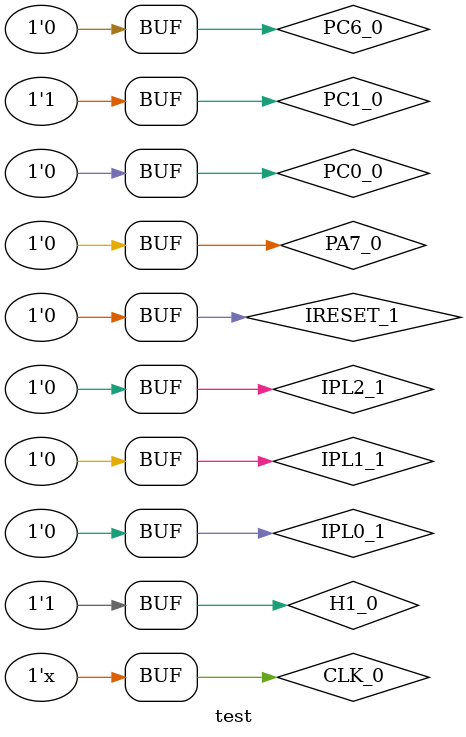
<source format=v>
`timescale 1ns / 1ps


module test(

    );
    wire AS_0;
  reg CLK_0;
  wire [23:22]C_0;
  wire FC0_0;
  wire FC1_0;
  wire FC2_0;
  reg H1_0;
  wire Hdoi_0;
  reg IPL0_1;
  reg IPL1_1;
  reg IPL2_1;
  reg IRESET_1;
  wire LDS_0;
  reg PA7_0;
  wire PAI0_0;
  wire PAI1_0;
  wire PAI2_0;
  wire PAI3_0;
  wire PAI4_0;
  wire PAI5_0;
  wire PAI6_0;
  reg PC0_0;
  reg PC1_0;
  reg PC6_0;
  wire PIC5_0;
  wire UDS_0;
  wire ceva_0;
    
    design_1_wrapper lab2(AS_1,
    CLK_0,
    C_0,
    DTACKi_0,
    FC0_1,
    FC1_1,
    FC2_1,
    H1_0,
    Hdoi_0,
    IPL0_1,
    IPL1_1,
    IPL2_1,
    IRESET_1,
    LDS_0,
    PA7_0,
    PAI0_0,
    PAI1_0,
    PAI2_0,
    PAI3_0,
    PAI4_0,
    PAI5_0,
    PAI6_0,
    PC0_0,
    PC1_0,
    PC6_0,
    PC_0,
    PIC5_0,
    ceva_0);
    
    initial begin
        CLK_0 = 0;
        H1_0 = 1;
        IPL0_1 = 0;
        IPL1_1 = 0;
        IPL2_1 = 0;
        IRESET_1 = 1;
        PA7_0 = 0;
        PC0_0 = 0;
        PC1_0 = 1;
        PC6_0 = 0;
        #10 IRESET_1 = 0;
    end
    
    always #5 CLK_0 = ~CLK_0;
endmodule

</source>
